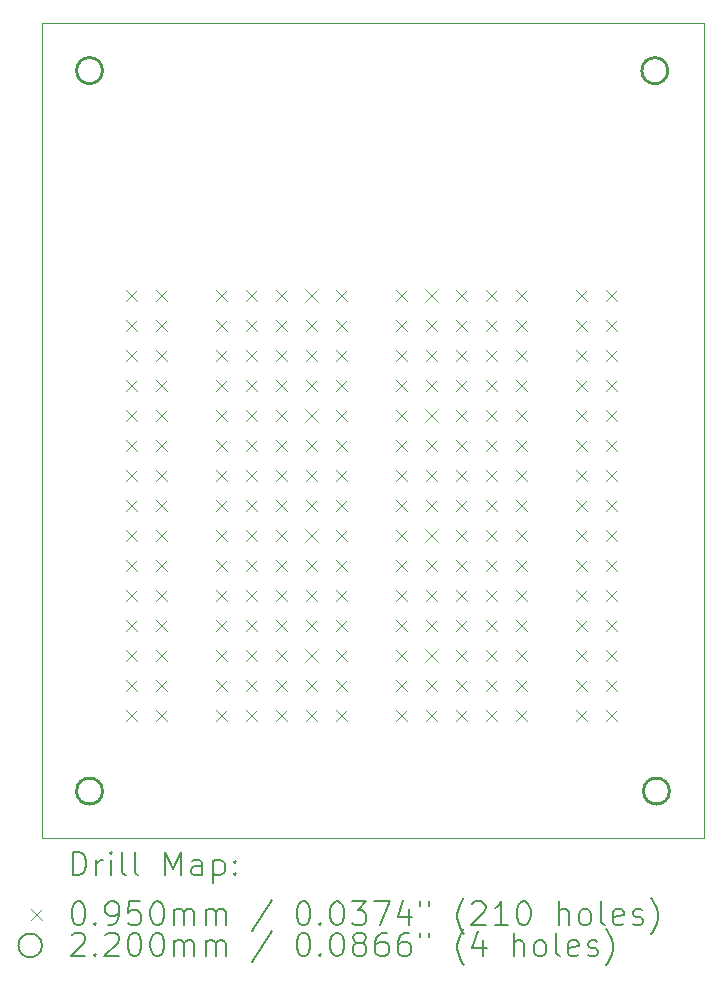
<source format=gbr>
%TF.GenerationSoftware,KiCad,Pcbnew,8.0.2*%
%TF.CreationDate,2024-08-26T09:43:53-06:00*%
%TF.ProjectId,Perfboard_0.25,50657266-626f-4617-9264-5f302e32352e,rev?*%
%TF.SameCoordinates,Original*%
%TF.FileFunction,Drillmap*%
%TF.FilePolarity,Positive*%
%FSLAX45Y45*%
G04 Gerber Fmt 4.5, Leading zero omitted, Abs format (unit mm)*
G04 Created by KiCad (PCBNEW 8.0.2) date 2024-08-26 09:43:53*
%MOMM*%
%LPD*%
G01*
G04 APERTURE LIST*
%ADD10C,0.050000*%
%ADD11C,0.200000*%
%ADD12C,0.100000*%
%ADD13C,0.220000*%
G04 APERTURE END LIST*
D10*
X12200000Y-4300000D02*
X17800000Y-4300000D01*
X17800000Y-4300000D02*
X17800000Y-11200000D01*
X12200000Y-11200000D02*
X12200000Y-4300000D01*
X17800000Y-11200000D02*
X12200000Y-11200000D01*
D11*
D12*
X12906500Y-6556500D02*
X13001500Y-6651500D01*
X13001500Y-6556500D02*
X12906500Y-6651500D01*
X12906500Y-6810500D02*
X13001500Y-6905500D01*
X13001500Y-6810500D02*
X12906500Y-6905500D01*
X12906500Y-7064500D02*
X13001500Y-7159500D01*
X13001500Y-7064500D02*
X12906500Y-7159500D01*
X12906500Y-7318500D02*
X13001500Y-7413500D01*
X13001500Y-7318500D02*
X12906500Y-7413500D01*
X12906500Y-7572500D02*
X13001500Y-7667500D01*
X13001500Y-7572500D02*
X12906500Y-7667500D01*
X12906500Y-7826500D02*
X13001500Y-7921500D01*
X13001500Y-7826500D02*
X12906500Y-7921500D01*
X12906500Y-8080500D02*
X13001500Y-8175500D01*
X13001500Y-8080500D02*
X12906500Y-8175500D01*
X12906500Y-8334500D02*
X13001500Y-8429500D01*
X13001500Y-8334500D02*
X12906500Y-8429500D01*
X12906500Y-8588500D02*
X13001500Y-8683500D01*
X13001500Y-8588500D02*
X12906500Y-8683500D01*
X12906500Y-8842500D02*
X13001500Y-8937500D01*
X13001500Y-8842500D02*
X12906500Y-8937500D01*
X12906500Y-9096500D02*
X13001500Y-9191500D01*
X13001500Y-9096500D02*
X12906500Y-9191500D01*
X12906500Y-9350500D02*
X13001500Y-9445500D01*
X13001500Y-9350500D02*
X12906500Y-9445500D01*
X12906500Y-9604500D02*
X13001500Y-9699500D01*
X13001500Y-9604500D02*
X12906500Y-9699500D01*
X12906500Y-9858500D02*
X13001500Y-9953500D01*
X13001500Y-9858500D02*
X12906500Y-9953500D01*
X12906500Y-10112500D02*
X13001500Y-10207500D01*
X13001500Y-10112500D02*
X12906500Y-10207500D01*
X13160500Y-6556500D02*
X13255500Y-6651500D01*
X13255500Y-6556500D02*
X13160500Y-6651500D01*
X13160500Y-6810500D02*
X13255500Y-6905500D01*
X13255500Y-6810500D02*
X13160500Y-6905500D01*
X13160500Y-7064500D02*
X13255500Y-7159500D01*
X13255500Y-7064500D02*
X13160500Y-7159500D01*
X13160500Y-7318500D02*
X13255500Y-7413500D01*
X13255500Y-7318500D02*
X13160500Y-7413500D01*
X13160500Y-7572500D02*
X13255500Y-7667500D01*
X13255500Y-7572500D02*
X13160500Y-7667500D01*
X13160500Y-7826500D02*
X13255500Y-7921500D01*
X13255500Y-7826500D02*
X13160500Y-7921500D01*
X13160500Y-8080500D02*
X13255500Y-8175500D01*
X13255500Y-8080500D02*
X13160500Y-8175500D01*
X13160500Y-8334500D02*
X13255500Y-8429500D01*
X13255500Y-8334500D02*
X13160500Y-8429500D01*
X13160500Y-8588500D02*
X13255500Y-8683500D01*
X13255500Y-8588500D02*
X13160500Y-8683500D01*
X13160500Y-8842500D02*
X13255500Y-8937500D01*
X13255500Y-8842500D02*
X13160500Y-8937500D01*
X13160500Y-9096500D02*
X13255500Y-9191500D01*
X13255500Y-9096500D02*
X13160500Y-9191500D01*
X13160500Y-9350500D02*
X13255500Y-9445500D01*
X13255500Y-9350500D02*
X13160500Y-9445500D01*
X13160500Y-9604500D02*
X13255500Y-9699500D01*
X13255500Y-9604500D02*
X13160500Y-9699500D01*
X13160500Y-9858500D02*
X13255500Y-9953500D01*
X13255500Y-9858500D02*
X13160500Y-9953500D01*
X13160500Y-10112500D02*
X13255500Y-10207500D01*
X13255500Y-10112500D02*
X13160500Y-10207500D01*
X13668500Y-6556500D02*
X13763500Y-6651500D01*
X13763500Y-6556500D02*
X13668500Y-6651500D01*
X13668500Y-6810500D02*
X13763500Y-6905500D01*
X13763500Y-6810500D02*
X13668500Y-6905500D01*
X13668500Y-7064500D02*
X13763500Y-7159500D01*
X13763500Y-7064500D02*
X13668500Y-7159500D01*
X13668500Y-7318500D02*
X13763500Y-7413500D01*
X13763500Y-7318500D02*
X13668500Y-7413500D01*
X13668500Y-7572500D02*
X13763500Y-7667500D01*
X13763500Y-7572500D02*
X13668500Y-7667500D01*
X13668500Y-7826500D02*
X13763500Y-7921500D01*
X13763500Y-7826500D02*
X13668500Y-7921500D01*
X13668500Y-8080500D02*
X13763500Y-8175500D01*
X13763500Y-8080500D02*
X13668500Y-8175500D01*
X13668500Y-8334500D02*
X13763500Y-8429500D01*
X13763500Y-8334500D02*
X13668500Y-8429500D01*
X13668500Y-8588500D02*
X13763500Y-8683500D01*
X13763500Y-8588500D02*
X13668500Y-8683500D01*
X13668500Y-8842500D02*
X13763500Y-8937500D01*
X13763500Y-8842500D02*
X13668500Y-8937500D01*
X13668500Y-9096500D02*
X13763500Y-9191500D01*
X13763500Y-9096500D02*
X13668500Y-9191500D01*
X13668500Y-9350500D02*
X13763500Y-9445500D01*
X13763500Y-9350500D02*
X13668500Y-9445500D01*
X13668500Y-9604500D02*
X13763500Y-9699500D01*
X13763500Y-9604500D02*
X13668500Y-9699500D01*
X13668500Y-9858500D02*
X13763500Y-9953500D01*
X13763500Y-9858500D02*
X13668500Y-9953500D01*
X13668500Y-10112500D02*
X13763500Y-10207500D01*
X13763500Y-10112500D02*
X13668500Y-10207500D01*
X13922500Y-6556500D02*
X14017500Y-6651500D01*
X14017500Y-6556500D02*
X13922500Y-6651500D01*
X13922500Y-6810500D02*
X14017500Y-6905500D01*
X14017500Y-6810500D02*
X13922500Y-6905500D01*
X13922500Y-7064500D02*
X14017500Y-7159500D01*
X14017500Y-7064500D02*
X13922500Y-7159500D01*
X13922500Y-7318500D02*
X14017500Y-7413500D01*
X14017500Y-7318500D02*
X13922500Y-7413500D01*
X13922500Y-7572500D02*
X14017500Y-7667500D01*
X14017500Y-7572500D02*
X13922500Y-7667500D01*
X13922500Y-7826500D02*
X14017500Y-7921500D01*
X14017500Y-7826500D02*
X13922500Y-7921500D01*
X13922500Y-8080500D02*
X14017500Y-8175500D01*
X14017500Y-8080500D02*
X13922500Y-8175500D01*
X13922500Y-8334500D02*
X14017500Y-8429500D01*
X14017500Y-8334500D02*
X13922500Y-8429500D01*
X13922500Y-8588500D02*
X14017500Y-8683500D01*
X14017500Y-8588500D02*
X13922500Y-8683500D01*
X13922500Y-8842500D02*
X14017500Y-8937500D01*
X14017500Y-8842500D02*
X13922500Y-8937500D01*
X13922500Y-9096500D02*
X14017500Y-9191500D01*
X14017500Y-9096500D02*
X13922500Y-9191500D01*
X13922500Y-9350500D02*
X14017500Y-9445500D01*
X14017500Y-9350500D02*
X13922500Y-9445500D01*
X13922500Y-9604500D02*
X14017500Y-9699500D01*
X14017500Y-9604500D02*
X13922500Y-9699500D01*
X13922500Y-9858500D02*
X14017500Y-9953500D01*
X14017500Y-9858500D02*
X13922500Y-9953500D01*
X13922500Y-10112500D02*
X14017500Y-10207500D01*
X14017500Y-10112500D02*
X13922500Y-10207500D01*
X14176500Y-6556500D02*
X14271500Y-6651500D01*
X14271500Y-6556500D02*
X14176500Y-6651500D01*
X14176500Y-6810500D02*
X14271500Y-6905500D01*
X14271500Y-6810500D02*
X14176500Y-6905500D01*
X14176500Y-7064500D02*
X14271500Y-7159500D01*
X14271500Y-7064500D02*
X14176500Y-7159500D01*
X14176500Y-7318500D02*
X14271500Y-7413500D01*
X14271500Y-7318500D02*
X14176500Y-7413500D01*
X14176500Y-7572500D02*
X14271500Y-7667500D01*
X14271500Y-7572500D02*
X14176500Y-7667500D01*
X14176500Y-7826500D02*
X14271500Y-7921500D01*
X14271500Y-7826500D02*
X14176500Y-7921500D01*
X14176500Y-8080500D02*
X14271500Y-8175500D01*
X14271500Y-8080500D02*
X14176500Y-8175500D01*
X14176500Y-8334500D02*
X14271500Y-8429500D01*
X14271500Y-8334500D02*
X14176500Y-8429500D01*
X14176500Y-8588500D02*
X14271500Y-8683500D01*
X14271500Y-8588500D02*
X14176500Y-8683500D01*
X14176500Y-8842500D02*
X14271500Y-8937500D01*
X14271500Y-8842500D02*
X14176500Y-8937500D01*
X14176500Y-9096500D02*
X14271500Y-9191500D01*
X14271500Y-9096500D02*
X14176500Y-9191500D01*
X14176500Y-9350500D02*
X14271500Y-9445500D01*
X14271500Y-9350500D02*
X14176500Y-9445500D01*
X14176500Y-9604500D02*
X14271500Y-9699500D01*
X14271500Y-9604500D02*
X14176500Y-9699500D01*
X14176500Y-9858500D02*
X14271500Y-9953500D01*
X14271500Y-9858500D02*
X14176500Y-9953500D01*
X14176500Y-10112500D02*
X14271500Y-10207500D01*
X14271500Y-10112500D02*
X14176500Y-10207500D01*
X14430500Y-6556500D02*
X14525500Y-6651500D01*
X14525500Y-6556500D02*
X14430500Y-6651500D01*
X14430500Y-6810500D02*
X14525500Y-6905500D01*
X14525500Y-6810500D02*
X14430500Y-6905500D01*
X14430500Y-7064500D02*
X14525500Y-7159500D01*
X14525500Y-7064500D02*
X14430500Y-7159500D01*
X14430500Y-7318500D02*
X14525500Y-7413500D01*
X14525500Y-7318500D02*
X14430500Y-7413500D01*
X14430500Y-7572500D02*
X14525500Y-7667500D01*
X14525500Y-7572500D02*
X14430500Y-7667500D01*
X14430500Y-7826500D02*
X14525500Y-7921500D01*
X14525500Y-7826500D02*
X14430500Y-7921500D01*
X14430500Y-8080500D02*
X14525500Y-8175500D01*
X14525500Y-8080500D02*
X14430500Y-8175500D01*
X14430500Y-8334500D02*
X14525500Y-8429500D01*
X14525500Y-8334500D02*
X14430500Y-8429500D01*
X14430500Y-8588500D02*
X14525500Y-8683500D01*
X14525500Y-8588500D02*
X14430500Y-8683500D01*
X14430500Y-8842500D02*
X14525500Y-8937500D01*
X14525500Y-8842500D02*
X14430500Y-8937500D01*
X14430500Y-9096500D02*
X14525500Y-9191500D01*
X14525500Y-9096500D02*
X14430500Y-9191500D01*
X14430500Y-9350500D02*
X14525500Y-9445500D01*
X14525500Y-9350500D02*
X14430500Y-9445500D01*
X14430500Y-9604500D02*
X14525500Y-9699500D01*
X14525500Y-9604500D02*
X14430500Y-9699500D01*
X14430500Y-9858500D02*
X14525500Y-9953500D01*
X14525500Y-9858500D02*
X14430500Y-9953500D01*
X14430500Y-10112500D02*
X14525500Y-10207500D01*
X14525500Y-10112500D02*
X14430500Y-10207500D01*
X14684500Y-6556500D02*
X14779500Y-6651500D01*
X14779500Y-6556500D02*
X14684500Y-6651500D01*
X14684500Y-6810500D02*
X14779500Y-6905500D01*
X14779500Y-6810500D02*
X14684500Y-6905500D01*
X14684500Y-7064500D02*
X14779500Y-7159500D01*
X14779500Y-7064500D02*
X14684500Y-7159500D01*
X14684500Y-7318500D02*
X14779500Y-7413500D01*
X14779500Y-7318500D02*
X14684500Y-7413500D01*
X14684500Y-7572500D02*
X14779500Y-7667500D01*
X14779500Y-7572500D02*
X14684500Y-7667500D01*
X14684500Y-7826500D02*
X14779500Y-7921500D01*
X14779500Y-7826500D02*
X14684500Y-7921500D01*
X14684500Y-8080500D02*
X14779500Y-8175500D01*
X14779500Y-8080500D02*
X14684500Y-8175500D01*
X14684500Y-8334500D02*
X14779500Y-8429500D01*
X14779500Y-8334500D02*
X14684500Y-8429500D01*
X14684500Y-8588500D02*
X14779500Y-8683500D01*
X14779500Y-8588500D02*
X14684500Y-8683500D01*
X14684500Y-8842500D02*
X14779500Y-8937500D01*
X14779500Y-8842500D02*
X14684500Y-8937500D01*
X14684500Y-9096500D02*
X14779500Y-9191500D01*
X14779500Y-9096500D02*
X14684500Y-9191500D01*
X14684500Y-9350500D02*
X14779500Y-9445500D01*
X14779500Y-9350500D02*
X14684500Y-9445500D01*
X14684500Y-9604500D02*
X14779500Y-9699500D01*
X14779500Y-9604500D02*
X14684500Y-9699500D01*
X14684500Y-9858500D02*
X14779500Y-9953500D01*
X14779500Y-9858500D02*
X14684500Y-9953500D01*
X14684500Y-10112500D02*
X14779500Y-10207500D01*
X14779500Y-10112500D02*
X14684500Y-10207500D01*
X15192500Y-6556500D02*
X15287500Y-6651500D01*
X15287500Y-6556500D02*
X15192500Y-6651500D01*
X15192500Y-6810500D02*
X15287500Y-6905500D01*
X15287500Y-6810500D02*
X15192500Y-6905500D01*
X15192500Y-7064500D02*
X15287500Y-7159500D01*
X15287500Y-7064500D02*
X15192500Y-7159500D01*
X15192500Y-7318500D02*
X15287500Y-7413500D01*
X15287500Y-7318500D02*
X15192500Y-7413500D01*
X15192500Y-7572500D02*
X15287500Y-7667500D01*
X15287500Y-7572500D02*
X15192500Y-7667500D01*
X15192500Y-7826500D02*
X15287500Y-7921500D01*
X15287500Y-7826500D02*
X15192500Y-7921500D01*
X15192500Y-8080500D02*
X15287500Y-8175500D01*
X15287500Y-8080500D02*
X15192500Y-8175500D01*
X15192500Y-8334500D02*
X15287500Y-8429500D01*
X15287500Y-8334500D02*
X15192500Y-8429500D01*
X15192500Y-8588500D02*
X15287500Y-8683500D01*
X15287500Y-8588500D02*
X15192500Y-8683500D01*
X15192500Y-8842500D02*
X15287500Y-8937500D01*
X15287500Y-8842500D02*
X15192500Y-8937500D01*
X15192500Y-9096500D02*
X15287500Y-9191500D01*
X15287500Y-9096500D02*
X15192500Y-9191500D01*
X15192500Y-9350500D02*
X15287500Y-9445500D01*
X15287500Y-9350500D02*
X15192500Y-9445500D01*
X15192500Y-9604500D02*
X15287500Y-9699500D01*
X15287500Y-9604500D02*
X15192500Y-9699500D01*
X15192500Y-9858500D02*
X15287500Y-9953500D01*
X15287500Y-9858500D02*
X15192500Y-9953500D01*
X15192500Y-10112500D02*
X15287500Y-10207500D01*
X15287500Y-10112500D02*
X15192500Y-10207500D01*
X15446500Y-6556500D02*
X15541500Y-6651500D01*
X15541500Y-6556500D02*
X15446500Y-6651500D01*
X15446500Y-6810500D02*
X15541500Y-6905500D01*
X15541500Y-6810500D02*
X15446500Y-6905500D01*
X15446500Y-7064500D02*
X15541500Y-7159500D01*
X15541500Y-7064500D02*
X15446500Y-7159500D01*
X15446500Y-7318500D02*
X15541500Y-7413500D01*
X15541500Y-7318500D02*
X15446500Y-7413500D01*
X15446500Y-7572500D02*
X15541500Y-7667500D01*
X15541500Y-7572500D02*
X15446500Y-7667500D01*
X15446500Y-7826500D02*
X15541500Y-7921500D01*
X15541500Y-7826500D02*
X15446500Y-7921500D01*
X15446500Y-8080500D02*
X15541500Y-8175500D01*
X15541500Y-8080500D02*
X15446500Y-8175500D01*
X15446500Y-8334500D02*
X15541500Y-8429500D01*
X15541500Y-8334500D02*
X15446500Y-8429500D01*
X15446500Y-8588500D02*
X15541500Y-8683500D01*
X15541500Y-8588500D02*
X15446500Y-8683500D01*
X15446500Y-8842500D02*
X15541500Y-8937500D01*
X15541500Y-8842500D02*
X15446500Y-8937500D01*
X15446500Y-9096500D02*
X15541500Y-9191500D01*
X15541500Y-9096500D02*
X15446500Y-9191500D01*
X15446500Y-9350500D02*
X15541500Y-9445500D01*
X15541500Y-9350500D02*
X15446500Y-9445500D01*
X15446500Y-9604500D02*
X15541500Y-9699500D01*
X15541500Y-9604500D02*
X15446500Y-9699500D01*
X15446500Y-9858500D02*
X15541500Y-9953500D01*
X15541500Y-9858500D02*
X15446500Y-9953500D01*
X15446500Y-10112500D02*
X15541500Y-10207500D01*
X15541500Y-10112500D02*
X15446500Y-10207500D01*
X15700500Y-6556500D02*
X15795500Y-6651500D01*
X15795500Y-6556500D02*
X15700500Y-6651500D01*
X15700500Y-6810500D02*
X15795500Y-6905500D01*
X15795500Y-6810500D02*
X15700500Y-6905500D01*
X15700500Y-7064500D02*
X15795500Y-7159500D01*
X15795500Y-7064500D02*
X15700500Y-7159500D01*
X15700500Y-7318500D02*
X15795500Y-7413500D01*
X15795500Y-7318500D02*
X15700500Y-7413500D01*
X15700500Y-7572500D02*
X15795500Y-7667500D01*
X15795500Y-7572500D02*
X15700500Y-7667500D01*
X15700500Y-7826500D02*
X15795500Y-7921500D01*
X15795500Y-7826500D02*
X15700500Y-7921500D01*
X15700500Y-8080500D02*
X15795500Y-8175500D01*
X15795500Y-8080500D02*
X15700500Y-8175500D01*
X15700500Y-8334500D02*
X15795500Y-8429500D01*
X15795500Y-8334500D02*
X15700500Y-8429500D01*
X15700500Y-8588500D02*
X15795500Y-8683500D01*
X15795500Y-8588500D02*
X15700500Y-8683500D01*
X15700500Y-8842500D02*
X15795500Y-8937500D01*
X15795500Y-8842500D02*
X15700500Y-8937500D01*
X15700500Y-9096500D02*
X15795500Y-9191500D01*
X15795500Y-9096500D02*
X15700500Y-9191500D01*
X15700500Y-9350500D02*
X15795500Y-9445500D01*
X15795500Y-9350500D02*
X15700500Y-9445500D01*
X15700500Y-9604500D02*
X15795500Y-9699500D01*
X15795500Y-9604500D02*
X15700500Y-9699500D01*
X15700500Y-9858500D02*
X15795500Y-9953500D01*
X15795500Y-9858500D02*
X15700500Y-9953500D01*
X15700500Y-10112500D02*
X15795500Y-10207500D01*
X15795500Y-10112500D02*
X15700500Y-10207500D01*
X15954500Y-6556500D02*
X16049500Y-6651500D01*
X16049500Y-6556500D02*
X15954500Y-6651500D01*
X15954500Y-6810500D02*
X16049500Y-6905500D01*
X16049500Y-6810500D02*
X15954500Y-6905500D01*
X15954500Y-7064500D02*
X16049500Y-7159500D01*
X16049500Y-7064500D02*
X15954500Y-7159500D01*
X15954500Y-7318500D02*
X16049500Y-7413500D01*
X16049500Y-7318500D02*
X15954500Y-7413500D01*
X15954500Y-7572500D02*
X16049500Y-7667500D01*
X16049500Y-7572500D02*
X15954500Y-7667500D01*
X15954500Y-7826500D02*
X16049500Y-7921500D01*
X16049500Y-7826500D02*
X15954500Y-7921500D01*
X15954500Y-8080500D02*
X16049500Y-8175500D01*
X16049500Y-8080500D02*
X15954500Y-8175500D01*
X15954500Y-8334500D02*
X16049500Y-8429500D01*
X16049500Y-8334500D02*
X15954500Y-8429500D01*
X15954500Y-8588500D02*
X16049500Y-8683500D01*
X16049500Y-8588500D02*
X15954500Y-8683500D01*
X15954500Y-8842500D02*
X16049500Y-8937500D01*
X16049500Y-8842500D02*
X15954500Y-8937500D01*
X15954500Y-9096500D02*
X16049500Y-9191500D01*
X16049500Y-9096500D02*
X15954500Y-9191500D01*
X15954500Y-9350500D02*
X16049500Y-9445500D01*
X16049500Y-9350500D02*
X15954500Y-9445500D01*
X15954500Y-9604500D02*
X16049500Y-9699500D01*
X16049500Y-9604500D02*
X15954500Y-9699500D01*
X15954500Y-9858500D02*
X16049500Y-9953500D01*
X16049500Y-9858500D02*
X15954500Y-9953500D01*
X15954500Y-10112500D02*
X16049500Y-10207500D01*
X16049500Y-10112500D02*
X15954500Y-10207500D01*
X16208500Y-6556500D02*
X16303500Y-6651500D01*
X16303500Y-6556500D02*
X16208500Y-6651500D01*
X16208500Y-6810500D02*
X16303500Y-6905500D01*
X16303500Y-6810500D02*
X16208500Y-6905500D01*
X16208500Y-7064500D02*
X16303500Y-7159500D01*
X16303500Y-7064500D02*
X16208500Y-7159500D01*
X16208500Y-7318500D02*
X16303500Y-7413500D01*
X16303500Y-7318500D02*
X16208500Y-7413500D01*
X16208500Y-7572500D02*
X16303500Y-7667500D01*
X16303500Y-7572500D02*
X16208500Y-7667500D01*
X16208500Y-7826500D02*
X16303500Y-7921500D01*
X16303500Y-7826500D02*
X16208500Y-7921500D01*
X16208500Y-8080500D02*
X16303500Y-8175500D01*
X16303500Y-8080500D02*
X16208500Y-8175500D01*
X16208500Y-8334500D02*
X16303500Y-8429500D01*
X16303500Y-8334500D02*
X16208500Y-8429500D01*
X16208500Y-8588500D02*
X16303500Y-8683500D01*
X16303500Y-8588500D02*
X16208500Y-8683500D01*
X16208500Y-8842500D02*
X16303500Y-8937500D01*
X16303500Y-8842500D02*
X16208500Y-8937500D01*
X16208500Y-9096500D02*
X16303500Y-9191500D01*
X16303500Y-9096500D02*
X16208500Y-9191500D01*
X16208500Y-9350500D02*
X16303500Y-9445500D01*
X16303500Y-9350500D02*
X16208500Y-9445500D01*
X16208500Y-9604500D02*
X16303500Y-9699500D01*
X16303500Y-9604500D02*
X16208500Y-9699500D01*
X16208500Y-9858500D02*
X16303500Y-9953500D01*
X16303500Y-9858500D02*
X16208500Y-9953500D01*
X16208500Y-10112500D02*
X16303500Y-10207500D01*
X16303500Y-10112500D02*
X16208500Y-10207500D01*
X16716500Y-6556500D02*
X16811500Y-6651500D01*
X16811500Y-6556500D02*
X16716500Y-6651500D01*
X16716500Y-6810500D02*
X16811500Y-6905500D01*
X16811500Y-6810500D02*
X16716500Y-6905500D01*
X16716500Y-7064500D02*
X16811500Y-7159500D01*
X16811500Y-7064500D02*
X16716500Y-7159500D01*
X16716500Y-7318500D02*
X16811500Y-7413500D01*
X16811500Y-7318500D02*
X16716500Y-7413500D01*
X16716500Y-7572500D02*
X16811500Y-7667500D01*
X16811500Y-7572500D02*
X16716500Y-7667500D01*
X16716500Y-7826500D02*
X16811500Y-7921500D01*
X16811500Y-7826500D02*
X16716500Y-7921500D01*
X16716500Y-8080500D02*
X16811500Y-8175500D01*
X16811500Y-8080500D02*
X16716500Y-8175500D01*
X16716500Y-8334500D02*
X16811500Y-8429500D01*
X16811500Y-8334500D02*
X16716500Y-8429500D01*
X16716500Y-8588500D02*
X16811500Y-8683500D01*
X16811500Y-8588500D02*
X16716500Y-8683500D01*
X16716500Y-8842500D02*
X16811500Y-8937500D01*
X16811500Y-8842500D02*
X16716500Y-8937500D01*
X16716500Y-9096500D02*
X16811500Y-9191500D01*
X16811500Y-9096500D02*
X16716500Y-9191500D01*
X16716500Y-9350500D02*
X16811500Y-9445500D01*
X16811500Y-9350500D02*
X16716500Y-9445500D01*
X16716500Y-9604500D02*
X16811500Y-9699500D01*
X16811500Y-9604500D02*
X16716500Y-9699500D01*
X16716500Y-9858500D02*
X16811500Y-9953500D01*
X16811500Y-9858500D02*
X16716500Y-9953500D01*
X16716500Y-10112500D02*
X16811500Y-10207500D01*
X16811500Y-10112500D02*
X16716500Y-10207500D01*
X16970500Y-6556500D02*
X17065500Y-6651500D01*
X17065500Y-6556500D02*
X16970500Y-6651500D01*
X16970500Y-6810500D02*
X17065500Y-6905500D01*
X17065500Y-6810500D02*
X16970500Y-6905500D01*
X16970500Y-7064500D02*
X17065500Y-7159500D01*
X17065500Y-7064500D02*
X16970500Y-7159500D01*
X16970500Y-7318500D02*
X17065500Y-7413500D01*
X17065500Y-7318500D02*
X16970500Y-7413500D01*
X16970500Y-7572500D02*
X17065500Y-7667500D01*
X17065500Y-7572500D02*
X16970500Y-7667500D01*
X16970500Y-7826500D02*
X17065500Y-7921500D01*
X17065500Y-7826500D02*
X16970500Y-7921500D01*
X16970500Y-8080500D02*
X17065500Y-8175500D01*
X17065500Y-8080500D02*
X16970500Y-8175500D01*
X16970500Y-8334500D02*
X17065500Y-8429500D01*
X17065500Y-8334500D02*
X16970500Y-8429500D01*
X16970500Y-8588500D02*
X17065500Y-8683500D01*
X17065500Y-8588500D02*
X16970500Y-8683500D01*
X16970500Y-8842500D02*
X17065500Y-8937500D01*
X17065500Y-8842500D02*
X16970500Y-8937500D01*
X16970500Y-9096500D02*
X17065500Y-9191500D01*
X17065500Y-9096500D02*
X16970500Y-9191500D01*
X16970500Y-9350500D02*
X17065500Y-9445500D01*
X17065500Y-9350500D02*
X16970500Y-9445500D01*
X16970500Y-9604500D02*
X17065500Y-9699500D01*
X17065500Y-9604500D02*
X16970500Y-9699500D01*
X16970500Y-9858500D02*
X17065500Y-9953500D01*
X17065500Y-9858500D02*
X16970500Y-9953500D01*
X16970500Y-10112500D02*
X17065500Y-10207500D01*
X17065500Y-10112500D02*
X16970500Y-10207500D01*
D13*
X12710000Y-4700000D02*
G75*
G02*
X12490000Y-4700000I-110000J0D01*
G01*
X12490000Y-4700000D02*
G75*
G02*
X12710000Y-4700000I110000J0D01*
G01*
X12710000Y-10800000D02*
G75*
G02*
X12490000Y-10800000I-110000J0D01*
G01*
X12490000Y-10800000D02*
G75*
G02*
X12710000Y-10800000I110000J0D01*
G01*
X17496000Y-4700000D02*
G75*
G02*
X17276000Y-4700000I-110000J0D01*
G01*
X17276000Y-4700000D02*
G75*
G02*
X17496000Y-4700000I110000J0D01*
G01*
X17510000Y-10800000D02*
G75*
G02*
X17290000Y-10800000I-110000J0D01*
G01*
X17290000Y-10800000D02*
G75*
G02*
X17510000Y-10800000I110000J0D01*
G01*
D11*
X12458277Y-11513984D02*
X12458277Y-11313984D01*
X12458277Y-11313984D02*
X12505896Y-11313984D01*
X12505896Y-11313984D02*
X12534467Y-11323508D01*
X12534467Y-11323508D02*
X12553515Y-11342555D01*
X12553515Y-11342555D02*
X12563039Y-11361603D01*
X12563039Y-11361603D02*
X12572562Y-11399698D01*
X12572562Y-11399698D02*
X12572562Y-11428269D01*
X12572562Y-11428269D02*
X12563039Y-11466365D01*
X12563039Y-11466365D02*
X12553515Y-11485412D01*
X12553515Y-11485412D02*
X12534467Y-11504460D01*
X12534467Y-11504460D02*
X12505896Y-11513984D01*
X12505896Y-11513984D02*
X12458277Y-11513984D01*
X12658277Y-11513984D02*
X12658277Y-11380650D01*
X12658277Y-11418746D02*
X12667801Y-11399698D01*
X12667801Y-11399698D02*
X12677324Y-11390174D01*
X12677324Y-11390174D02*
X12696372Y-11380650D01*
X12696372Y-11380650D02*
X12715420Y-11380650D01*
X12782086Y-11513984D02*
X12782086Y-11380650D01*
X12782086Y-11313984D02*
X12772562Y-11323508D01*
X12772562Y-11323508D02*
X12782086Y-11333031D01*
X12782086Y-11333031D02*
X12791610Y-11323508D01*
X12791610Y-11323508D02*
X12782086Y-11313984D01*
X12782086Y-11313984D02*
X12782086Y-11333031D01*
X12905896Y-11513984D02*
X12886848Y-11504460D01*
X12886848Y-11504460D02*
X12877324Y-11485412D01*
X12877324Y-11485412D02*
X12877324Y-11313984D01*
X13010658Y-11513984D02*
X12991610Y-11504460D01*
X12991610Y-11504460D02*
X12982086Y-11485412D01*
X12982086Y-11485412D02*
X12982086Y-11313984D01*
X13239229Y-11513984D02*
X13239229Y-11313984D01*
X13239229Y-11313984D02*
X13305896Y-11456841D01*
X13305896Y-11456841D02*
X13372562Y-11313984D01*
X13372562Y-11313984D02*
X13372562Y-11513984D01*
X13553515Y-11513984D02*
X13553515Y-11409222D01*
X13553515Y-11409222D02*
X13543991Y-11390174D01*
X13543991Y-11390174D02*
X13524943Y-11380650D01*
X13524943Y-11380650D02*
X13486848Y-11380650D01*
X13486848Y-11380650D02*
X13467801Y-11390174D01*
X13553515Y-11504460D02*
X13534467Y-11513984D01*
X13534467Y-11513984D02*
X13486848Y-11513984D01*
X13486848Y-11513984D02*
X13467801Y-11504460D01*
X13467801Y-11504460D02*
X13458277Y-11485412D01*
X13458277Y-11485412D02*
X13458277Y-11466365D01*
X13458277Y-11466365D02*
X13467801Y-11447317D01*
X13467801Y-11447317D02*
X13486848Y-11437793D01*
X13486848Y-11437793D02*
X13534467Y-11437793D01*
X13534467Y-11437793D02*
X13553515Y-11428269D01*
X13648753Y-11380650D02*
X13648753Y-11580650D01*
X13648753Y-11390174D02*
X13667801Y-11380650D01*
X13667801Y-11380650D02*
X13705896Y-11380650D01*
X13705896Y-11380650D02*
X13724943Y-11390174D01*
X13724943Y-11390174D02*
X13734467Y-11399698D01*
X13734467Y-11399698D02*
X13743991Y-11418746D01*
X13743991Y-11418746D02*
X13743991Y-11475888D01*
X13743991Y-11475888D02*
X13734467Y-11494936D01*
X13734467Y-11494936D02*
X13724943Y-11504460D01*
X13724943Y-11504460D02*
X13705896Y-11513984D01*
X13705896Y-11513984D02*
X13667801Y-11513984D01*
X13667801Y-11513984D02*
X13648753Y-11504460D01*
X13829705Y-11494936D02*
X13839229Y-11504460D01*
X13839229Y-11504460D02*
X13829705Y-11513984D01*
X13829705Y-11513984D02*
X13820182Y-11504460D01*
X13820182Y-11504460D02*
X13829705Y-11494936D01*
X13829705Y-11494936D02*
X13829705Y-11513984D01*
X13829705Y-11390174D02*
X13839229Y-11399698D01*
X13839229Y-11399698D02*
X13829705Y-11409222D01*
X13829705Y-11409222D02*
X13820182Y-11399698D01*
X13820182Y-11399698D02*
X13829705Y-11390174D01*
X13829705Y-11390174D02*
X13829705Y-11409222D01*
D12*
X12102500Y-11795000D02*
X12197500Y-11890000D01*
X12197500Y-11795000D02*
X12102500Y-11890000D01*
D11*
X12496372Y-11733984D02*
X12515420Y-11733984D01*
X12515420Y-11733984D02*
X12534467Y-11743508D01*
X12534467Y-11743508D02*
X12543991Y-11753031D01*
X12543991Y-11753031D02*
X12553515Y-11772079D01*
X12553515Y-11772079D02*
X12563039Y-11810174D01*
X12563039Y-11810174D02*
X12563039Y-11857793D01*
X12563039Y-11857793D02*
X12553515Y-11895888D01*
X12553515Y-11895888D02*
X12543991Y-11914936D01*
X12543991Y-11914936D02*
X12534467Y-11924460D01*
X12534467Y-11924460D02*
X12515420Y-11933984D01*
X12515420Y-11933984D02*
X12496372Y-11933984D01*
X12496372Y-11933984D02*
X12477324Y-11924460D01*
X12477324Y-11924460D02*
X12467801Y-11914936D01*
X12467801Y-11914936D02*
X12458277Y-11895888D01*
X12458277Y-11895888D02*
X12448753Y-11857793D01*
X12448753Y-11857793D02*
X12448753Y-11810174D01*
X12448753Y-11810174D02*
X12458277Y-11772079D01*
X12458277Y-11772079D02*
X12467801Y-11753031D01*
X12467801Y-11753031D02*
X12477324Y-11743508D01*
X12477324Y-11743508D02*
X12496372Y-11733984D01*
X12648753Y-11914936D02*
X12658277Y-11924460D01*
X12658277Y-11924460D02*
X12648753Y-11933984D01*
X12648753Y-11933984D02*
X12639229Y-11924460D01*
X12639229Y-11924460D02*
X12648753Y-11914936D01*
X12648753Y-11914936D02*
X12648753Y-11933984D01*
X12753515Y-11933984D02*
X12791610Y-11933984D01*
X12791610Y-11933984D02*
X12810658Y-11924460D01*
X12810658Y-11924460D02*
X12820182Y-11914936D01*
X12820182Y-11914936D02*
X12839229Y-11886365D01*
X12839229Y-11886365D02*
X12848753Y-11848269D01*
X12848753Y-11848269D02*
X12848753Y-11772079D01*
X12848753Y-11772079D02*
X12839229Y-11753031D01*
X12839229Y-11753031D02*
X12829705Y-11743508D01*
X12829705Y-11743508D02*
X12810658Y-11733984D01*
X12810658Y-11733984D02*
X12772562Y-11733984D01*
X12772562Y-11733984D02*
X12753515Y-11743508D01*
X12753515Y-11743508D02*
X12743991Y-11753031D01*
X12743991Y-11753031D02*
X12734467Y-11772079D01*
X12734467Y-11772079D02*
X12734467Y-11819698D01*
X12734467Y-11819698D02*
X12743991Y-11838746D01*
X12743991Y-11838746D02*
X12753515Y-11848269D01*
X12753515Y-11848269D02*
X12772562Y-11857793D01*
X12772562Y-11857793D02*
X12810658Y-11857793D01*
X12810658Y-11857793D02*
X12829705Y-11848269D01*
X12829705Y-11848269D02*
X12839229Y-11838746D01*
X12839229Y-11838746D02*
X12848753Y-11819698D01*
X13029705Y-11733984D02*
X12934467Y-11733984D01*
X12934467Y-11733984D02*
X12924943Y-11829222D01*
X12924943Y-11829222D02*
X12934467Y-11819698D01*
X12934467Y-11819698D02*
X12953515Y-11810174D01*
X12953515Y-11810174D02*
X13001134Y-11810174D01*
X13001134Y-11810174D02*
X13020182Y-11819698D01*
X13020182Y-11819698D02*
X13029705Y-11829222D01*
X13029705Y-11829222D02*
X13039229Y-11848269D01*
X13039229Y-11848269D02*
X13039229Y-11895888D01*
X13039229Y-11895888D02*
X13029705Y-11914936D01*
X13029705Y-11914936D02*
X13020182Y-11924460D01*
X13020182Y-11924460D02*
X13001134Y-11933984D01*
X13001134Y-11933984D02*
X12953515Y-11933984D01*
X12953515Y-11933984D02*
X12934467Y-11924460D01*
X12934467Y-11924460D02*
X12924943Y-11914936D01*
X13163039Y-11733984D02*
X13182086Y-11733984D01*
X13182086Y-11733984D02*
X13201134Y-11743508D01*
X13201134Y-11743508D02*
X13210658Y-11753031D01*
X13210658Y-11753031D02*
X13220182Y-11772079D01*
X13220182Y-11772079D02*
X13229705Y-11810174D01*
X13229705Y-11810174D02*
X13229705Y-11857793D01*
X13229705Y-11857793D02*
X13220182Y-11895888D01*
X13220182Y-11895888D02*
X13210658Y-11914936D01*
X13210658Y-11914936D02*
X13201134Y-11924460D01*
X13201134Y-11924460D02*
X13182086Y-11933984D01*
X13182086Y-11933984D02*
X13163039Y-11933984D01*
X13163039Y-11933984D02*
X13143991Y-11924460D01*
X13143991Y-11924460D02*
X13134467Y-11914936D01*
X13134467Y-11914936D02*
X13124943Y-11895888D01*
X13124943Y-11895888D02*
X13115420Y-11857793D01*
X13115420Y-11857793D02*
X13115420Y-11810174D01*
X13115420Y-11810174D02*
X13124943Y-11772079D01*
X13124943Y-11772079D02*
X13134467Y-11753031D01*
X13134467Y-11753031D02*
X13143991Y-11743508D01*
X13143991Y-11743508D02*
X13163039Y-11733984D01*
X13315420Y-11933984D02*
X13315420Y-11800650D01*
X13315420Y-11819698D02*
X13324943Y-11810174D01*
X13324943Y-11810174D02*
X13343991Y-11800650D01*
X13343991Y-11800650D02*
X13372563Y-11800650D01*
X13372563Y-11800650D02*
X13391610Y-11810174D01*
X13391610Y-11810174D02*
X13401134Y-11829222D01*
X13401134Y-11829222D02*
X13401134Y-11933984D01*
X13401134Y-11829222D02*
X13410658Y-11810174D01*
X13410658Y-11810174D02*
X13429705Y-11800650D01*
X13429705Y-11800650D02*
X13458277Y-11800650D01*
X13458277Y-11800650D02*
X13477324Y-11810174D01*
X13477324Y-11810174D02*
X13486848Y-11829222D01*
X13486848Y-11829222D02*
X13486848Y-11933984D01*
X13582086Y-11933984D02*
X13582086Y-11800650D01*
X13582086Y-11819698D02*
X13591610Y-11810174D01*
X13591610Y-11810174D02*
X13610658Y-11800650D01*
X13610658Y-11800650D02*
X13639229Y-11800650D01*
X13639229Y-11800650D02*
X13658277Y-11810174D01*
X13658277Y-11810174D02*
X13667801Y-11829222D01*
X13667801Y-11829222D02*
X13667801Y-11933984D01*
X13667801Y-11829222D02*
X13677324Y-11810174D01*
X13677324Y-11810174D02*
X13696372Y-11800650D01*
X13696372Y-11800650D02*
X13724943Y-11800650D01*
X13724943Y-11800650D02*
X13743991Y-11810174D01*
X13743991Y-11810174D02*
X13753515Y-11829222D01*
X13753515Y-11829222D02*
X13753515Y-11933984D01*
X14143991Y-11724460D02*
X13972563Y-11981603D01*
X14401134Y-11733984D02*
X14420182Y-11733984D01*
X14420182Y-11733984D02*
X14439229Y-11743508D01*
X14439229Y-11743508D02*
X14448753Y-11753031D01*
X14448753Y-11753031D02*
X14458277Y-11772079D01*
X14458277Y-11772079D02*
X14467801Y-11810174D01*
X14467801Y-11810174D02*
X14467801Y-11857793D01*
X14467801Y-11857793D02*
X14458277Y-11895888D01*
X14458277Y-11895888D02*
X14448753Y-11914936D01*
X14448753Y-11914936D02*
X14439229Y-11924460D01*
X14439229Y-11924460D02*
X14420182Y-11933984D01*
X14420182Y-11933984D02*
X14401134Y-11933984D01*
X14401134Y-11933984D02*
X14382086Y-11924460D01*
X14382086Y-11924460D02*
X14372563Y-11914936D01*
X14372563Y-11914936D02*
X14363039Y-11895888D01*
X14363039Y-11895888D02*
X14353515Y-11857793D01*
X14353515Y-11857793D02*
X14353515Y-11810174D01*
X14353515Y-11810174D02*
X14363039Y-11772079D01*
X14363039Y-11772079D02*
X14372563Y-11753031D01*
X14372563Y-11753031D02*
X14382086Y-11743508D01*
X14382086Y-11743508D02*
X14401134Y-11733984D01*
X14553515Y-11914936D02*
X14563039Y-11924460D01*
X14563039Y-11924460D02*
X14553515Y-11933984D01*
X14553515Y-11933984D02*
X14543991Y-11924460D01*
X14543991Y-11924460D02*
X14553515Y-11914936D01*
X14553515Y-11914936D02*
X14553515Y-11933984D01*
X14686848Y-11733984D02*
X14705896Y-11733984D01*
X14705896Y-11733984D02*
X14724944Y-11743508D01*
X14724944Y-11743508D02*
X14734467Y-11753031D01*
X14734467Y-11753031D02*
X14743991Y-11772079D01*
X14743991Y-11772079D02*
X14753515Y-11810174D01*
X14753515Y-11810174D02*
X14753515Y-11857793D01*
X14753515Y-11857793D02*
X14743991Y-11895888D01*
X14743991Y-11895888D02*
X14734467Y-11914936D01*
X14734467Y-11914936D02*
X14724944Y-11924460D01*
X14724944Y-11924460D02*
X14705896Y-11933984D01*
X14705896Y-11933984D02*
X14686848Y-11933984D01*
X14686848Y-11933984D02*
X14667801Y-11924460D01*
X14667801Y-11924460D02*
X14658277Y-11914936D01*
X14658277Y-11914936D02*
X14648753Y-11895888D01*
X14648753Y-11895888D02*
X14639229Y-11857793D01*
X14639229Y-11857793D02*
X14639229Y-11810174D01*
X14639229Y-11810174D02*
X14648753Y-11772079D01*
X14648753Y-11772079D02*
X14658277Y-11753031D01*
X14658277Y-11753031D02*
X14667801Y-11743508D01*
X14667801Y-11743508D02*
X14686848Y-11733984D01*
X14820182Y-11733984D02*
X14943991Y-11733984D01*
X14943991Y-11733984D02*
X14877325Y-11810174D01*
X14877325Y-11810174D02*
X14905896Y-11810174D01*
X14905896Y-11810174D02*
X14924944Y-11819698D01*
X14924944Y-11819698D02*
X14934467Y-11829222D01*
X14934467Y-11829222D02*
X14943991Y-11848269D01*
X14943991Y-11848269D02*
X14943991Y-11895888D01*
X14943991Y-11895888D02*
X14934467Y-11914936D01*
X14934467Y-11914936D02*
X14924944Y-11924460D01*
X14924944Y-11924460D02*
X14905896Y-11933984D01*
X14905896Y-11933984D02*
X14848753Y-11933984D01*
X14848753Y-11933984D02*
X14829706Y-11924460D01*
X14829706Y-11924460D02*
X14820182Y-11914936D01*
X15010658Y-11733984D02*
X15143991Y-11733984D01*
X15143991Y-11733984D02*
X15058277Y-11933984D01*
X15305896Y-11800650D02*
X15305896Y-11933984D01*
X15258277Y-11724460D02*
X15210658Y-11867317D01*
X15210658Y-11867317D02*
X15334467Y-11867317D01*
X15401134Y-11733984D02*
X15401134Y-11772079D01*
X15477325Y-11733984D02*
X15477325Y-11772079D01*
X15772563Y-12010174D02*
X15763039Y-12000650D01*
X15763039Y-12000650D02*
X15743991Y-11972079D01*
X15743991Y-11972079D02*
X15734468Y-11953031D01*
X15734468Y-11953031D02*
X15724944Y-11924460D01*
X15724944Y-11924460D02*
X15715420Y-11876841D01*
X15715420Y-11876841D02*
X15715420Y-11838746D01*
X15715420Y-11838746D02*
X15724944Y-11791127D01*
X15724944Y-11791127D02*
X15734468Y-11762555D01*
X15734468Y-11762555D02*
X15743991Y-11743508D01*
X15743991Y-11743508D02*
X15763039Y-11714936D01*
X15763039Y-11714936D02*
X15772563Y-11705412D01*
X15839229Y-11753031D02*
X15848753Y-11743508D01*
X15848753Y-11743508D02*
X15867801Y-11733984D01*
X15867801Y-11733984D02*
X15915420Y-11733984D01*
X15915420Y-11733984D02*
X15934468Y-11743508D01*
X15934468Y-11743508D02*
X15943991Y-11753031D01*
X15943991Y-11753031D02*
X15953515Y-11772079D01*
X15953515Y-11772079D02*
X15953515Y-11791127D01*
X15953515Y-11791127D02*
X15943991Y-11819698D01*
X15943991Y-11819698D02*
X15829706Y-11933984D01*
X15829706Y-11933984D02*
X15953515Y-11933984D01*
X16143991Y-11933984D02*
X16029706Y-11933984D01*
X16086848Y-11933984D02*
X16086848Y-11733984D01*
X16086848Y-11733984D02*
X16067801Y-11762555D01*
X16067801Y-11762555D02*
X16048753Y-11781603D01*
X16048753Y-11781603D02*
X16029706Y-11791127D01*
X16267801Y-11733984D02*
X16286849Y-11733984D01*
X16286849Y-11733984D02*
X16305896Y-11743508D01*
X16305896Y-11743508D02*
X16315420Y-11753031D01*
X16315420Y-11753031D02*
X16324944Y-11772079D01*
X16324944Y-11772079D02*
X16334468Y-11810174D01*
X16334468Y-11810174D02*
X16334468Y-11857793D01*
X16334468Y-11857793D02*
X16324944Y-11895888D01*
X16324944Y-11895888D02*
X16315420Y-11914936D01*
X16315420Y-11914936D02*
X16305896Y-11924460D01*
X16305896Y-11924460D02*
X16286849Y-11933984D01*
X16286849Y-11933984D02*
X16267801Y-11933984D01*
X16267801Y-11933984D02*
X16248753Y-11924460D01*
X16248753Y-11924460D02*
X16239229Y-11914936D01*
X16239229Y-11914936D02*
X16229706Y-11895888D01*
X16229706Y-11895888D02*
X16220182Y-11857793D01*
X16220182Y-11857793D02*
X16220182Y-11810174D01*
X16220182Y-11810174D02*
X16229706Y-11772079D01*
X16229706Y-11772079D02*
X16239229Y-11753031D01*
X16239229Y-11753031D02*
X16248753Y-11743508D01*
X16248753Y-11743508D02*
X16267801Y-11733984D01*
X16572563Y-11933984D02*
X16572563Y-11733984D01*
X16658277Y-11933984D02*
X16658277Y-11829222D01*
X16658277Y-11829222D02*
X16648753Y-11810174D01*
X16648753Y-11810174D02*
X16629706Y-11800650D01*
X16629706Y-11800650D02*
X16601134Y-11800650D01*
X16601134Y-11800650D02*
X16582087Y-11810174D01*
X16582087Y-11810174D02*
X16572563Y-11819698D01*
X16782087Y-11933984D02*
X16763039Y-11924460D01*
X16763039Y-11924460D02*
X16753515Y-11914936D01*
X16753515Y-11914936D02*
X16743991Y-11895888D01*
X16743991Y-11895888D02*
X16743991Y-11838746D01*
X16743991Y-11838746D02*
X16753515Y-11819698D01*
X16753515Y-11819698D02*
X16763039Y-11810174D01*
X16763039Y-11810174D02*
X16782087Y-11800650D01*
X16782087Y-11800650D02*
X16810658Y-11800650D01*
X16810658Y-11800650D02*
X16829706Y-11810174D01*
X16829706Y-11810174D02*
X16839230Y-11819698D01*
X16839230Y-11819698D02*
X16848753Y-11838746D01*
X16848753Y-11838746D02*
X16848753Y-11895888D01*
X16848753Y-11895888D02*
X16839230Y-11914936D01*
X16839230Y-11914936D02*
X16829706Y-11924460D01*
X16829706Y-11924460D02*
X16810658Y-11933984D01*
X16810658Y-11933984D02*
X16782087Y-11933984D01*
X16963039Y-11933984D02*
X16943992Y-11924460D01*
X16943992Y-11924460D02*
X16934468Y-11905412D01*
X16934468Y-11905412D02*
X16934468Y-11733984D01*
X17115420Y-11924460D02*
X17096373Y-11933984D01*
X17096373Y-11933984D02*
X17058277Y-11933984D01*
X17058277Y-11933984D02*
X17039230Y-11924460D01*
X17039230Y-11924460D02*
X17029706Y-11905412D01*
X17029706Y-11905412D02*
X17029706Y-11829222D01*
X17029706Y-11829222D02*
X17039230Y-11810174D01*
X17039230Y-11810174D02*
X17058277Y-11800650D01*
X17058277Y-11800650D02*
X17096373Y-11800650D01*
X17096373Y-11800650D02*
X17115420Y-11810174D01*
X17115420Y-11810174D02*
X17124944Y-11829222D01*
X17124944Y-11829222D02*
X17124944Y-11848269D01*
X17124944Y-11848269D02*
X17029706Y-11867317D01*
X17201134Y-11924460D02*
X17220182Y-11933984D01*
X17220182Y-11933984D02*
X17258277Y-11933984D01*
X17258277Y-11933984D02*
X17277325Y-11924460D01*
X17277325Y-11924460D02*
X17286849Y-11905412D01*
X17286849Y-11905412D02*
X17286849Y-11895888D01*
X17286849Y-11895888D02*
X17277325Y-11876841D01*
X17277325Y-11876841D02*
X17258277Y-11867317D01*
X17258277Y-11867317D02*
X17229706Y-11867317D01*
X17229706Y-11867317D02*
X17210658Y-11857793D01*
X17210658Y-11857793D02*
X17201134Y-11838746D01*
X17201134Y-11838746D02*
X17201134Y-11829222D01*
X17201134Y-11829222D02*
X17210658Y-11810174D01*
X17210658Y-11810174D02*
X17229706Y-11800650D01*
X17229706Y-11800650D02*
X17258277Y-11800650D01*
X17258277Y-11800650D02*
X17277325Y-11810174D01*
X17353515Y-12010174D02*
X17363039Y-12000650D01*
X17363039Y-12000650D02*
X17382087Y-11972079D01*
X17382087Y-11972079D02*
X17391611Y-11953031D01*
X17391611Y-11953031D02*
X17401134Y-11924460D01*
X17401134Y-11924460D02*
X17410658Y-11876841D01*
X17410658Y-11876841D02*
X17410658Y-11838746D01*
X17410658Y-11838746D02*
X17401134Y-11791127D01*
X17401134Y-11791127D02*
X17391611Y-11762555D01*
X17391611Y-11762555D02*
X17382087Y-11743508D01*
X17382087Y-11743508D02*
X17363039Y-11714936D01*
X17363039Y-11714936D02*
X17353515Y-11705412D01*
X12197500Y-12106500D02*
G75*
G02*
X11997500Y-12106500I-100000J0D01*
G01*
X11997500Y-12106500D02*
G75*
G02*
X12197500Y-12106500I100000J0D01*
G01*
X12448753Y-12017031D02*
X12458277Y-12007508D01*
X12458277Y-12007508D02*
X12477324Y-11997984D01*
X12477324Y-11997984D02*
X12524943Y-11997984D01*
X12524943Y-11997984D02*
X12543991Y-12007508D01*
X12543991Y-12007508D02*
X12553515Y-12017031D01*
X12553515Y-12017031D02*
X12563039Y-12036079D01*
X12563039Y-12036079D02*
X12563039Y-12055127D01*
X12563039Y-12055127D02*
X12553515Y-12083698D01*
X12553515Y-12083698D02*
X12439229Y-12197984D01*
X12439229Y-12197984D02*
X12563039Y-12197984D01*
X12648753Y-12178936D02*
X12658277Y-12188460D01*
X12658277Y-12188460D02*
X12648753Y-12197984D01*
X12648753Y-12197984D02*
X12639229Y-12188460D01*
X12639229Y-12188460D02*
X12648753Y-12178936D01*
X12648753Y-12178936D02*
X12648753Y-12197984D01*
X12734467Y-12017031D02*
X12743991Y-12007508D01*
X12743991Y-12007508D02*
X12763039Y-11997984D01*
X12763039Y-11997984D02*
X12810658Y-11997984D01*
X12810658Y-11997984D02*
X12829705Y-12007508D01*
X12829705Y-12007508D02*
X12839229Y-12017031D01*
X12839229Y-12017031D02*
X12848753Y-12036079D01*
X12848753Y-12036079D02*
X12848753Y-12055127D01*
X12848753Y-12055127D02*
X12839229Y-12083698D01*
X12839229Y-12083698D02*
X12724943Y-12197984D01*
X12724943Y-12197984D02*
X12848753Y-12197984D01*
X12972562Y-11997984D02*
X12991610Y-11997984D01*
X12991610Y-11997984D02*
X13010658Y-12007508D01*
X13010658Y-12007508D02*
X13020182Y-12017031D01*
X13020182Y-12017031D02*
X13029705Y-12036079D01*
X13029705Y-12036079D02*
X13039229Y-12074174D01*
X13039229Y-12074174D02*
X13039229Y-12121793D01*
X13039229Y-12121793D02*
X13029705Y-12159888D01*
X13029705Y-12159888D02*
X13020182Y-12178936D01*
X13020182Y-12178936D02*
X13010658Y-12188460D01*
X13010658Y-12188460D02*
X12991610Y-12197984D01*
X12991610Y-12197984D02*
X12972562Y-12197984D01*
X12972562Y-12197984D02*
X12953515Y-12188460D01*
X12953515Y-12188460D02*
X12943991Y-12178936D01*
X12943991Y-12178936D02*
X12934467Y-12159888D01*
X12934467Y-12159888D02*
X12924943Y-12121793D01*
X12924943Y-12121793D02*
X12924943Y-12074174D01*
X12924943Y-12074174D02*
X12934467Y-12036079D01*
X12934467Y-12036079D02*
X12943991Y-12017031D01*
X12943991Y-12017031D02*
X12953515Y-12007508D01*
X12953515Y-12007508D02*
X12972562Y-11997984D01*
X13163039Y-11997984D02*
X13182086Y-11997984D01*
X13182086Y-11997984D02*
X13201134Y-12007508D01*
X13201134Y-12007508D02*
X13210658Y-12017031D01*
X13210658Y-12017031D02*
X13220182Y-12036079D01*
X13220182Y-12036079D02*
X13229705Y-12074174D01*
X13229705Y-12074174D02*
X13229705Y-12121793D01*
X13229705Y-12121793D02*
X13220182Y-12159888D01*
X13220182Y-12159888D02*
X13210658Y-12178936D01*
X13210658Y-12178936D02*
X13201134Y-12188460D01*
X13201134Y-12188460D02*
X13182086Y-12197984D01*
X13182086Y-12197984D02*
X13163039Y-12197984D01*
X13163039Y-12197984D02*
X13143991Y-12188460D01*
X13143991Y-12188460D02*
X13134467Y-12178936D01*
X13134467Y-12178936D02*
X13124943Y-12159888D01*
X13124943Y-12159888D02*
X13115420Y-12121793D01*
X13115420Y-12121793D02*
X13115420Y-12074174D01*
X13115420Y-12074174D02*
X13124943Y-12036079D01*
X13124943Y-12036079D02*
X13134467Y-12017031D01*
X13134467Y-12017031D02*
X13143991Y-12007508D01*
X13143991Y-12007508D02*
X13163039Y-11997984D01*
X13315420Y-12197984D02*
X13315420Y-12064650D01*
X13315420Y-12083698D02*
X13324943Y-12074174D01*
X13324943Y-12074174D02*
X13343991Y-12064650D01*
X13343991Y-12064650D02*
X13372563Y-12064650D01*
X13372563Y-12064650D02*
X13391610Y-12074174D01*
X13391610Y-12074174D02*
X13401134Y-12093222D01*
X13401134Y-12093222D02*
X13401134Y-12197984D01*
X13401134Y-12093222D02*
X13410658Y-12074174D01*
X13410658Y-12074174D02*
X13429705Y-12064650D01*
X13429705Y-12064650D02*
X13458277Y-12064650D01*
X13458277Y-12064650D02*
X13477324Y-12074174D01*
X13477324Y-12074174D02*
X13486848Y-12093222D01*
X13486848Y-12093222D02*
X13486848Y-12197984D01*
X13582086Y-12197984D02*
X13582086Y-12064650D01*
X13582086Y-12083698D02*
X13591610Y-12074174D01*
X13591610Y-12074174D02*
X13610658Y-12064650D01*
X13610658Y-12064650D02*
X13639229Y-12064650D01*
X13639229Y-12064650D02*
X13658277Y-12074174D01*
X13658277Y-12074174D02*
X13667801Y-12093222D01*
X13667801Y-12093222D02*
X13667801Y-12197984D01*
X13667801Y-12093222D02*
X13677324Y-12074174D01*
X13677324Y-12074174D02*
X13696372Y-12064650D01*
X13696372Y-12064650D02*
X13724943Y-12064650D01*
X13724943Y-12064650D02*
X13743991Y-12074174D01*
X13743991Y-12074174D02*
X13753515Y-12093222D01*
X13753515Y-12093222D02*
X13753515Y-12197984D01*
X14143991Y-11988460D02*
X13972563Y-12245603D01*
X14401134Y-11997984D02*
X14420182Y-11997984D01*
X14420182Y-11997984D02*
X14439229Y-12007508D01*
X14439229Y-12007508D02*
X14448753Y-12017031D01*
X14448753Y-12017031D02*
X14458277Y-12036079D01*
X14458277Y-12036079D02*
X14467801Y-12074174D01*
X14467801Y-12074174D02*
X14467801Y-12121793D01*
X14467801Y-12121793D02*
X14458277Y-12159888D01*
X14458277Y-12159888D02*
X14448753Y-12178936D01*
X14448753Y-12178936D02*
X14439229Y-12188460D01*
X14439229Y-12188460D02*
X14420182Y-12197984D01*
X14420182Y-12197984D02*
X14401134Y-12197984D01*
X14401134Y-12197984D02*
X14382086Y-12188460D01*
X14382086Y-12188460D02*
X14372563Y-12178936D01*
X14372563Y-12178936D02*
X14363039Y-12159888D01*
X14363039Y-12159888D02*
X14353515Y-12121793D01*
X14353515Y-12121793D02*
X14353515Y-12074174D01*
X14353515Y-12074174D02*
X14363039Y-12036079D01*
X14363039Y-12036079D02*
X14372563Y-12017031D01*
X14372563Y-12017031D02*
X14382086Y-12007508D01*
X14382086Y-12007508D02*
X14401134Y-11997984D01*
X14553515Y-12178936D02*
X14563039Y-12188460D01*
X14563039Y-12188460D02*
X14553515Y-12197984D01*
X14553515Y-12197984D02*
X14543991Y-12188460D01*
X14543991Y-12188460D02*
X14553515Y-12178936D01*
X14553515Y-12178936D02*
X14553515Y-12197984D01*
X14686848Y-11997984D02*
X14705896Y-11997984D01*
X14705896Y-11997984D02*
X14724944Y-12007508D01*
X14724944Y-12007508D02*
X14734467Y-12017031D01*
X14734467Y-12017031D02*
X14743991Y-12036079D01*
X14743991Y-12036079D02*
X14753515Y-12074174D01*
X14753515Y-12074174D02*
X14753515Y-12121793D01*
X14753515Y-12121793D02*
X14743991Y-12159888D01*
X14743991Y-12159888D02*
X14734467Y-12178936D01*
X14734467Y-12178936D02*
X14724944Y-12188460D01*
X14724944Y-12188460D02*
X14705896Y-12197984D01*
X14705896Y-12197984D02*
X14686848Y-12197984D01*
X14686848Y-12197984D02*
X14667801Y-12188460D01*
X14667801Y-12188460D02*
X14658277Y-12178936D01*
X14658277Y-12178936D02*
X14648753Y-12159888D01*
X14648753Y-12159888D02*
X14639229Y-12121793D01*
X14639229Y-12121793D02*
X14639229Y-12074174D01*
X14639229Y-12074174D02*
X14648753Y-12036079D01*
X14648753Y-12036079D02*
X14658277Y-12017031D01*
X14658277Y-12017031D02*
X14667801Y-12007508D01*
X14667801Y-12007508D02*
X14686848Y-11997984D01*
X14867801Y-12083698D02*
X14848753Y-12074174D01*
X14848753Y-12074174D02*
X14839229Y-12064650D01*
X14839229Y-12064650D02*
X14829706Y-12045603D01*
X14829706Y-12045603D02*
X14829706Y-12036079D01*
X14829706Y-12036079D02*
X14839229Y-12017031D01*
X14839229Y-12017031D02*
X14848753Y-12007508D01*
X14848753Y-12007508D02*
X14867801Y-11997984D01*
X14867801Y-11997984D02*
X14905896Y-11997984D01*
X14905896Y-11997984D02*
X14924944Y-12007508D01*
X14924944Y-12007508D02*
X14934467Y-12017031D01*
X14934467Y-12017031D02*
X14943991Y-12036079D01*
X14943991Y-12036079D02*
X14943991Y-12045603D01*
X14943991Y-12045603D02*
X14934467Y-12064650D01*
X14934467Y-12064650D02*
X14924944Y-12074174D01*
X14924944Y-12074174D02*
X14905896Y-12083698D01*
X14905896Y-12083698D02*
X14867801Y-12083698D01*
X14867801Y-12083698D02*
X14848753Y-12093222D01*
X14848753Y-12093222D02*
X14839229Y-12102746D01*
X14839229Y-12102746D02*
X14829706Y-12121793D01*
X14829706Y-12121793D02*
X14829706Y-12159888D01*
X14829706Y-12159888D02*
X14839229Y-12178936D01*
X14839229Y-12178936D02*
X14848753Y-12188460D01*
X14848753Y-12188460D02*
X14867801Y-12197984D01*
X14867801Y-12197984D02*
X14905896Y-12197984D01*
X14905896Y-12197984D02*
X14924944Y-12188460D01*
X14924944Y-12188460D02*
X14934467Y-12178936D01*
X14934467Y-12178936D02*
X14943991Y-12159888D01*
X14943991Y-12159888D02*
X14943991Y-12121793D01*
X14943991Y-12121793D02*
X14934467Y-12102746D01*
X14934467Y-12102746D02*
X14924944Y-12093222D01*
X14924944Y-12093222D02*
X14905896Y-12083698D01*
X15115420Y-11997984D02*
X15077325Y-11997984D01*
X15077325Y-11997984D02*
X15058277Y-12007508D01*
X15058277Y-12007508D02*
X15048753Y-12017031D01*
X15048753Y-12017031D02*
X15029706Y-12045603D01*
X15029706Y-12045603D02*
X15020182Y-12083698D01*
X15020182Y-12083698D02*
X15020182Y-12159888D01*
X15020182Y-12159888D02*
X15029706Y-12178936D01*
X15029706Y-12178936D02*
X15039229Y-12188460D01*
X15039229Y-12188460D02*
X15058277Y-12197984D01*
X15058277Y-12197984D02*
X15096372Y-12197984D01*
X15096372Y-12197984D02*
X15115420Y-12188460D01*
X15115420Y-12188460D02*
X15124944Y-12178936D01*
X15124944Y-12178936D02*
X15134467Y-12159888D01*
X15134467Y-12159888D02*
X15134467Y-12112269D01*
X15134467Y-12112269D02*
X15124944Y-12093222D01*
X15124944Y-12093222D02*
X15115420Y-12083698D01*
X15115420Y-12083698D02*
X15096372Y-12074174D01*
X15096372Y-12074174D02*
X15058277Y-12074174D01*
X15058277Y-12074174D02*
X15039229Y-12083698D01*
X15039229Y-12083698D02*
X15029706Y-12093222D01*
X15029706Y-12093222D02*
X15020182Y-12112269D01*
X15305896Y-11997984D02*
X15267801Y-11997984D01*
X15267801Y-11997984D02*
X15248753Y-12007508D01*
X15248753Y-12007508D02*
X15239229Y-12017031D01*
X15239229Y-12017031D02*
X15220182Y-12045603D01*
X15220182Y-12045603D02*
X15210658Y-12083698D01*
X15210658Y-12083698D02*
X15210658Y-12159888D01*
X15210658Y-12159888D02*
X15220182Y-12178936D01*
X15220182Y-12178936D02*
X15229706Y-12188460D01*
X15229706Y-12188460D02*
X15248753Y-12197984D01*
X15248753Y-12197984D02*
X15286848Y-12197984D01*
X15286848Y-12197984D02*
X15305896Y-12188460D01*
X15305896Y-12188460D02*
X15315420Y-12178936D01*
X15315420Y-12178936D02*
X15324944Y-12159888D01*
X15324944Y-12159888D02*
X15324944Y-12112269D01*
X15324944Y-12112269D02*
X15315420Y-12093222D01*
X15315420Y-12093222D02*
X15305896Y-12083698D01*
X15305896Y-12083698D02*
X15286848Y-12074174D01*
X15286848Y-12074174D02*
X15248753Y-12074174D01*
X15248753Y-12074174D02*
X15229706Y-12083698D01*
X15229706Y-12083698D02*
X15220182Y-12093222D01*
X15220182Y-12093222D02*
X15210658Y-12112269D01*
X15401134Y-11997984D02*
X15401134Y-12036079D01*
X15477325Y-11997984D02*
X15477325Y-12036079D01*
X15772563Y-12274174D02*
X15763039Y-12264650D01*
X15763039Y-12264650D02*
X15743991Y-12236079D01*
X15743991Y-12236079D02*
X15734468Y-12217031D01*
X15734468Y-12217031D02*
X15724944Y-12188460D01*
X15724944Y-12188460D02*
X15715420Y-12140841D01*
X15715420Y-12140841D02*
X15715420Y-12102746D01*
X15715420Y-12102746D02*
X15724944Y-12055127D01*
X15724944Y-12055127D02*
X15734468Y-12026555D01*
X15734468Y-12026555D02*
X15743991Y-12007508D01*
X15743991Y-12007508D02*
X15763039Y-11978936D01*
X15763039Y-11978936D02*
X15772563Y-11969412D01*
X15934468Y-12064650D02*
X15934468Y-12197984D01*
X15886848Y-11988460D02*
X15839229Y-12131317D01*
X15839229Y-12131317D02*
X15963039Y-12131317D01*
X16191610Y-12197984D02*
X16191610Y-11997984D01*
X16277325Y-12197984D02*
X16277325Y-12093222D01*
X16277325Y-12093222D02*
X16267801Y-12074174D01*
X16267801Y-12074174D02*
X16248753Y-12064650D01*
X16248753Y-12064650D02*
X16220182Y-12064650D01*
X16220182Y-12064650D02*
X16201134Y-12074174D01*
X16201134Y-12074174D02*
X16191610Y-12083698D01*
X16401134Y-12197984D02*
X16382087Y-12188460D01*
X16382087Y-12188460D02*
X16372563Y-12178936D01*
X16372563Y-12178936D02*
X16363039Y-12159888D01*
X16363039Y-12159888D02*
X16363039Y-12102746D01*
X16363039Y-12102746D02*
X16372563Y-12083698D01*
X16372563Y-12083698D02*
X16382087Y-12074174D01*
X16382087Y-12074174D02*
X16401134Y-12064650D01*
X16401134Y-12064650D02*
X16429706Y-12064650D01*
X16429706Y-12064650D02*
X16448753Y-12074174D01*
X16448753Y-12074174D02*
X16458277Y-12083698D01*
X16458277Y-12083698D02*
X16467801Y-12102746D01*
X16467801Y-12102746D02*
X16467801Y-12159888D01*
X16467801Y-12159888D02*
X16458277Y-12178936D01*
X16458277Y-12178936D02*
X16448753Y-12188460D01*
X16448753Y-12188460D02*
X16429706Y-12197984D01*
X16429706Y-12197984D02*
X16401134Y-12197984D01*
X16582087Y-12197984D02*
X16563039Y-12188460D01*
X16563039Y-12188460D02*
X16553515Y-12169412D01*
X16553515Y-12169412D02*
X16553515Y-11997984D01*
X16734468Y-12188460D02*
X16715420Y-12197984D01*
X16715420Y-12197984D02*
X16677325Y-12197984D01*
X16677325Y-12197984D02*
X16658277Y-12188460D01*
X16658277Y-12188460D02*
X16648753Y-12169412D01*
X16648753Y-12169412D02*
X16648753Y-12093222D01*
X16648753Y-12093222D02*
X16658277Y-12074174D01*
X16658277Y-12074174D02*
X16677325Y-12064650D01*
X16677325Y-12064650D02*
X16715420Y-12064650D01*
X16715420Y-12064650D02*
X16734468Y-12074174D01*
X16734468Y-12074174D02*
X16743991Y-12093222D01*
X16743991Y-12093222D02*
X16743991Y-12112269D01*
X16743991Y-12112269D02*
X16648753Y-12131317D01*
X16820182Y-12188460D02*
X16839230Y-12197984D01*
X16839230Y-12197984D02*
X16877325Y-12197984D01*
X16877325Y-12197984D02*
X16896373Y-12188460D01*
X16896373Y-12188460D02*
X16905896Y-12169412D01*
X16905896Y-12169412D02*
X16905896Y-12159888D01*
X16905896Y-12159888D02*
X16896373Y-12140841D01*
X16896373Y-12140841D02*
X16877325Y-12131317D01*
X16877325Y-12131317D02*
X16848753Y-12131317D01*
X16848753Y-12131317D02*
X16829706Y-12121793D01*
X16829706Y-12121793D02*
X16820182Y-12102746D01*
X16820182Y-12102746D02*
X16820182Y-12093222D01*
X16820182Y-12093222D02*
X16829706Y-12074174D01*
X16829706Y-12074174D02*
X16848753Y-12064650D01*
X16848753Y-12064650D02*
X16877325Y-12064650D01*
X16877325Y-12064650D02*
X16896373Y-12074174D01*
X16972563Y-12274174D02*
X16982087Y-12264650D01*
X16982087Y-12264650D02*
X17001134Y-12236079D01*
X17001134Y-12236079D02*
X17010658Y-12217031D01*
X17010658Y-12217031D02*
X17020182Y-12188460D01*
X17020182Y-12188460D02*
X17029706Y-12140841D01*
X17029706Y-12140841D02*
X17029706Y-12102746D01*
X17029706Y-12102746D02*
X17020182Y-12055127D01*
X17020182Y-12055127D02*
X17010658Y-12026555D01*
X17010658Y-12026555D02*
X17001134Y-12007508D01*
X17001134Y-12007508D02*
X16982087Y-11978936D01*
X16982087Y-11978936D02*
X16972563Y-11969412D01*
M02*

</source>
